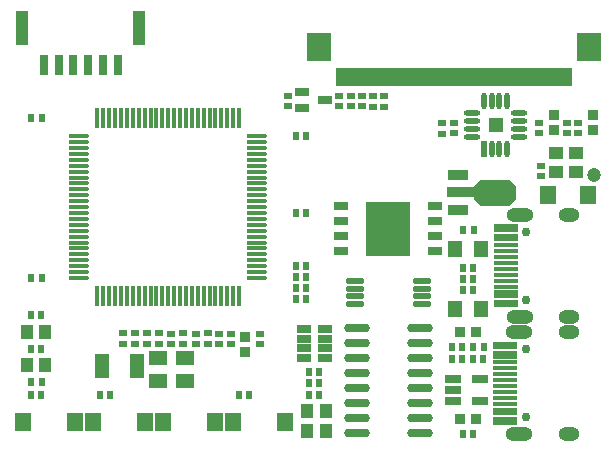
<source format=gts>
G04*
G04 #@! TF.GenerationSoftware,Altium Limited,Altium Designer,20.0.2 (26)*
G04*
G04 Layer_Color=8388736*
%FSLAX25Y25*%
%MOIN*%
G70*
G01*
G75*
%ADD61R,0.04737X0.03162*%
%ADD62R,0.05426X0.02729*%
%ADD63R,0.05355X0.02729*%
%ADD64R,0.04800X0.03162*%
%ADD65R,0.02375X0.02769*%
%ADD66O,0.06699X0.01581*%
%ADD67O,0.01581X0.06699*%
%ADD68O,0.08674X0.02965*%
%ADD69R,0.07099X0.03556*%
%ADD70R,0.10249X0.03556*%
G04:AMPARAMS|DCode=71|XSize=86.74mil|YSize=141.86mil|CornerRadius=0mil|HoleSize=0mil|Usage=FLASHONLY|Rotation=90.000|XOffset=0mil|YOffset=0mil|HoleType=Round|Shape=Octagon|*
%AMOCTAGOND71*
4,1,8,-0.07093,-0.02169,-0.07093,0.02169,-0.04924,0.04337,0.04924,0.04337,0.07093,0.02169,0.07093,-0.02169,0.04924,-0.04337,-0.04924,-0.04337,-0.07093,-0.02169,0.0*
%
%ADD71OCTAGOND71*%

%ADD72R,0.02769X0.02375*%
%ADD73R,0.05524X0.06312*%
%ADD74C,0.04737*%
%ADD75R,0.08268X0.01575*%
%ADD76R,0.04800X0.05800*%
%ADD77R,0.04461X0.04658*%
%ADD78R,0.05642X0.06154*%
%ADD79R,0.03800X0.03800*%
%ADD80R,0.04658X0.04461*%
%ADD81R,0.04737X0.07887*%
%ADD82R,0.05918X0.05131*%
%ADD83O,0.06306X0.01975*%
%ADD84R,0.04331X0.11417*%
%ADD85R,0.02756X0.07087*%
%ADD86R,0.14580X0.18123*%
%ADD87R,0.04737X0.02572*%
%ADD88R,0.07887X0.09461*%
%ADD89R,0.01981X0.05918*%
%ADD90O,0.05524X0.01981*%
%ADD91O,0.01981X0.05524*%
%ADD92R,0.01981X0.05524*%
%ADD93R,0.04737X0.04737*%
%ADD94R,0.03800X0.03800*%
%ADD95O,0.07087X0.04725*%
%ADD96O,0.09055X0.04725*%
%ADD97C,0.02953*%
D61*
X96622Y112000D02*
D03*
Y117400D02*
D03*
X104222Y114700D02*
D03*
D62*
X155942Y21840D02*
D03*
Y14360D02*
D03*
D63*
X146858D02*
D03*
Y18100D02*
D03*
Y21840D02*
D03*
D64*
X97152Y28801D02*
D03*
X104152D02*
D03*
X97152Y31950D02*
D03*
X104152D02*
D03*
X97152Y35100D02*
D03*
X104152D02*
D03*
X97152Y38250D02*
D03*
X104152D02*
D03*
D65*
X97971Y77000D02*
D03*
X94625D02*
D03*
X94529Y52053D02*
D03*
X97875D02*
D03*
X153671Y71200D02*
D03*
X150128Y71200D02*
D03*
X153625Y32400D02*
D03*
X157168Y32400D02*
D03*
X150029Y3300D02*
D03*
X153572Y3300D02*
D03*
X29225Y16499D02*
D03*
X32571D02*
D03*
X146429Y32400D02*
D03*
X149972Y32400D02*
D03*
X146429Y28200D02*
D03*
X149972Y28200D02*
D03*
X153625Y28200D02*
D03*
X156971D02*
D03*
X98979Y16500D02*
D03*
X102325D02*
D03*
X75553Y16499D02*
D03*
X78899D02*
D03*
X102325Y24169D02*
D03*
X98979D02*
D03*
X102325Y20400D02*
D03*
X98979D02*
D03*
X9671Y55300D02*
D03*
X6128Y55300D02*
D03*
X9671Y108800D02*
D03*
X6128Y108800D02*
D03*
X94429Y102600D02*
D03*
X97972Y102600D02*
D03*
X94429Y59300D02*
D03*
X97972Y59300D02*
D03*
X97971Y48353D02*
D03*
X94428Y48353D02*
D03*
X97875Y55653D02*
D03*
X94529D02*
D03*
X153474Y55072D02*
D03*
X150127D02*
D03*
X153474Y51300D02*
D03*
X150127D02*
D03*
X150029Y58700D02*
D03*
X153572Y58700D02*
D03*
X6129Y31800D02*
D03*
X9475D02*
D03*
X6129Y43100D02*
D03*
X9475D02*
D03*
Y16500D02*
D03*
X6129D02*
D03*
Y20600D02*
D03*
X9672Y20600D02*
D03*
D66*
X22180Y55367D02*
D03*
Y57335D02*
D03*
Y59304D02*
D03*
Y61272D02*
D03*
Y63241D02*
D03*
Y65209D02*
D03*
Y67178D02*
D03*
Y69146D02*
D03*
Y71115D02*
D03*
Y73083D02*
D03*
Y75052D02*
D03*
Y77021D02*
D03*
Y78989D02*
D03*
Y80958D02*
D03*
Y82926D02*
D03*
Y84895D02*
D03*
Y86863D02*
D03*
Y88832D02*
D03*
Y90800D02*
D03*
Y92769D02*
D03*
Y94737D02*
D03*
Y96706D02*
D03*
Y98674D02*
D03*
Y100643D02*
D03*
Y102611D02*
D03*
X81628D02*
D03*
Y100643D02*
D03*
Y98674D02*
D03*
Y96706D02*
D03*
Y94737D02*
D03*
Y92769D02*
D03*
Y90800D02*
D03*
Y88832D02*
D03*
Y86863D02*
D03*
Y84895D02*
D03*
Y82926D02*
D03*
Y80958D02*
D03*
Y78989D02*
D03*
Y77021D02*
D03*
Y75052D02*
D03*
Y73083D02*
D03*
Y71115D02*
D03*
Y69146D02*
D03*
Y67178D02*
D03*
Y65209D02*
D03*
Y63241D02*
D03*
Y61272D02*
D03*
Y59304D02*
D03*
Y57335D02*
D03*
Y55367D02*
D03*
D67*
X28282Y108713D02*
D03*
X30250D02*
D03*
X32219D02*
D03*
X34187D02*
D03*
X36156D02*
D03*
X38124D02*
D03*
X40093D02*
D03*
X42061D02*
D03*
X44030D02*
D03*
X45998D02*
D03*
X47967D02*
D03*
X49936D02*
D03*
X51904D02*
D03*
X53873D02*
D03*
X55841D02*
D03*
X57810D02*
D03*
X59778D02*
D03*
X61747D02*
D03*
X63715D02*
D03*
X65684D02*
D03*
X67652D02*
D03*
X69621D02*
D03*
X71589D02*
D03*
X73558D02*
D03*
X75526D02*
D03*
Y49265D02*
D03*
X73558D02*
D03*
X71589D02*
D03*
X69621D02*
D03*
X67652D02*
D03*
X65684D02*
D03*
X63715D02*
D03*
X61747D02*
D03*
X59778D02*
D03*
X57810D02*
D03*
X55841D02*
D03*
X53873D02*
D03*
X51904D02*
D03*
X49936D02*
D03*
X47967D02*
D03*
X45998D02*
D03*
X44030D02*
D03*
X42061D02*
D03*
X40093D02*
D03*
X38124D02*
D03*
X36156D02*
D03*
X34187D02*
D03*
X32219D02*
D03*
X30250D02*
D03*
X28282D02*
D03*
D68*
X135800Y18600D02*
D03*
Y23600D02*
D03*
Y3600D02*
D03*
Y8600D02*
D03*
Y13600D02*
D03*
Y28600D02*
D03*
Y33600D02*
D03*
Y38600D02*
D03*
X114700Y3600D02*
D03*
Y8600D02*
D03*
Y13600D02*
D03*
Y18600D02*
D03*
Y23600D02*
D03*
Y28600D02*
D03*
Y33600D02*
D03*
Y38600D02*
D03*
D69*
X148500Y89811D02*
D03*
Y78000D02*
D03*
D70*
X149987Y83906D02*
D03*
D71*
X160987Y83806D02*
D03*
D72*
X175998Y92831D02*
D03*
X175997Y89288D02*
D03*
X36700Y36871D02*
D03*
X36700Y33328D02*
D03*
X40740Y36871D02*
D03*
X40740Y33328D02*
D03*
X48820Y36871D02*
D03*
X48820Y33328D02*
D03*
X52860Y33427D02*
D03*
Y36773D02*
D03*
X56900Y33329D02*
D03*
X56900Y36872D02*
D03*
X44780Y36871D02*
D03*
X44780Y33328D02*
D03*
X116572Y115873D02*
D03*
Y112527D02*
D03*
X112772Y115873D02*
D03*
Y112527D02*
D03*
X108972Y115873D02*
D03*
Y112527D02*
D03*
X184700Y106903D02*
D03*
Y103556D02*
D03*
X188500Y107099D02*
D03*
X188500Y103556D02*
D03*
X91800Y112725D02*
D03*
Y116071D02*
D03*
X147000Y106903D02*
D03*
Y103556D02*
D03*
X175500Y107099D02*
D03*
X175500Y103556D02*
D03*
X143000Y103429D02*
D03*
X143000Y106972D02*
D03*
X68800Y36840D02*
D03*
Y33493D02*
D03*
X82600D02*
D03*
Y36840D02*
D03*
X120272Y112523D02*
D03*
Y115869D02*
D03*
X123972Y112523D02*
D03*
Y115869D02*
D03*
X65000Y33329D02*
D03*
X65000Y36872D02*
D03*
X72700Y33297D02*
D03*
X72700Y36840D02*
D03*
X61000Y33427D02*
D03*
Y36773D02*
D03*
D73*
X191813Y83000D02*
D03*
X178427D02*
D03*
D74*
X193700Y89800D02*
D03*
D75*
X164228Y19338D02*
D03*
Y21306D02*
D03*
Y7133D02*
D03*
Y10283D02*
D03*
Y15401D02*
D03*
Y25243D02*
D03*
Y30361D02*
D03*
Y33511D02*
D03*
Y32330D02*
D03*
Y29180D02*
D03*
Y27212D02*
D03*
Y23275D02*
D03*
Y17369D02*
D03*
Y13432D02*
D03*
Y11464D02*
D03*
Y8314D02*
D03*
X164358Y46203D02*
D03*
Y49353D02*
D03*
Y54471D02*
D03*
Y58408D02*
D03*
Y60376D02*
D03*
Y64313D02*
D03*
Y69431D02*
D03*
Y72581D02*
D03*
Y71400D02*
D03*
Y68250D02*
D03*
Y66282D02*
D03*
Y62345D02*
D03*
Y56439D02*
D03*
Y52502D02*
D03*
Y50534D02*
D03*
Y47384D02*
D03*
D76*
X147545Y45000D02*
D03*
X156045D02*
D03*
X156056Y65000D02*
D03*
X147556D02*
D03*
D77*
X98290Y4400D02*
D03*
X104353D02*
D03*
X98290Y11096D02*
D03*
X104353D02*
D03*
X10932Y26300D02*
D03*
X4868D02*
D03*
X10932Y37400D02*
D03*
X4868D02*
D03*
D78*
X26863Y7300D02*
D03*
X44067D02*
D03*
X73521D02*
D03*
X90725D02*
D03*
X50192D02*
D03*
X67396D02*
D03*
X3534Y7264D02*
D03*
X20738D02*
D03*
D79*
X149241Y37500D02*
D03*
X154359D02*
D03*
X149241Y8400D02*
D03*
X154359D02*
D03*
D80*
X181139Y96882D02*
D03*
Y90819D02*
D03*
X187700Y96882D02*
D03*
Y90819D02*
D03*
D81*
X29694Y25981D02*
D03*
X41506D02*
D03*
D82*
X48372Y21160D02*
D03*
Y28640D02*
D03*
X57428Y21160D02*
D03*
X57428Y28640D02*
D03*
D83*
X114073Y54359D02*
D03*
Y51800D02*
D03*
Y49241D02*
D03*
Y46682D02*
D03*
X136513Y54359D02*
D03*
Y51800D02*
D03*
Y49241D02*
D03*
Y46682D02*
D03*
D84*
X3127Y138800D02*
D03*
X42300D02*
D03*
D85*
X10411Y126398D02*
D03*
X15331D02*
D03*
X35017D02*
D03*
X30096D02*
D03*
X25175D02*
D03*
X20253D02*
D03*
D86*
X125150Y71800D02*
D03*
D87*
X140799Y79300D02*
D03*
Y74300D02*
D03*
Y69300D02*
D03*
Y64300D02*
D03*
X109500D02*
D03*
Y69300D02*
D03*
Y74300D02*
D03*
Y79300D02*
D03*
D88*
X192070Y132231D02*
D03*
X102306Y132231D02*
D03*
D89*
X169826Y122400D02*
D03*
X171795D02*
D03*
X185574D02*
D03*
X183606D02*
D03*
X181637D02*
D03*
X179669D02*
D03*
X177700D02*
D03*
X175732D02*
D03*
X173763D02*
D03*
X167858D02*
D03*
X165889D02*
D03*
X163921D02*
D03*
X161952D02*
D03*
X159984D02*
D03*
X158015D02*
D03*
X156047D02*
D03*
X154078D02*
D03*
X152110D02*
D03*
X150141D02*
D03*
X148173D02*
D03*
X146204D02*
D03*
X144236D02*
D03*
X142267D02*
D03*
X140299D02*
D03*
X138330D02*
D03*
X136362D02*
D03*
X134393D02*
D03*
X132425D02*
D03*
X130456D02*
D03*
X128488D02*
D03*
X126519D02*
D03*
X124551D02*
D03*
X122582D02*
D03*
X120614D02*
D03*
X118645D02*
D03*
X116677D02*
D03*
X114708D02*
D03*
X112740D02*
D03*
X110771D02*
D03*
X108803D02*
D03*
D90*
X153152Y102523D02*
D03*
Y105082D02*
D03*
Y107641D02*
D03*
Y110200D02*
D03*
X168900D02*
D03*
Y107641D02*
D03*
Y105082D02*
D03*
Y102523D02*
D03*
D91*
X157187Y114235D02*
D03*
X159747D02*
D03*
X162305D02*
D03*
X164865D02*
D03*
X164865Y98487D02*
D03*
X162305D02*
D03*
X159747D02*
D03*
D92*
X157187D02*
D03*
D93*
X161026Y106361D02*
D03*
D94*
X193400Y109759D02*
D03*
Y104641D02*
D03*
X180500Y109759D02*
D03*
Y104641D02*
D03*
X77600Y30637D02*
D03*
Y35756D02*
D03*
D95*
X185370Y3314D02*
D03*
Y37330D02*
D03*
X185500Y42384D02*
D03*
Y76400D02*
D03*
D96*
X168913Y3314D02*
D03*
Y37330D02*
D03*
X169043Y42384D02*
D03*
Y76400D02*
D03*
D97*
X171000Y8944D02*
D03*
Y31700D02*
D03*
X171130Y48014D02*
D03*
Y70770D02*
D03*
M02*

</source>
